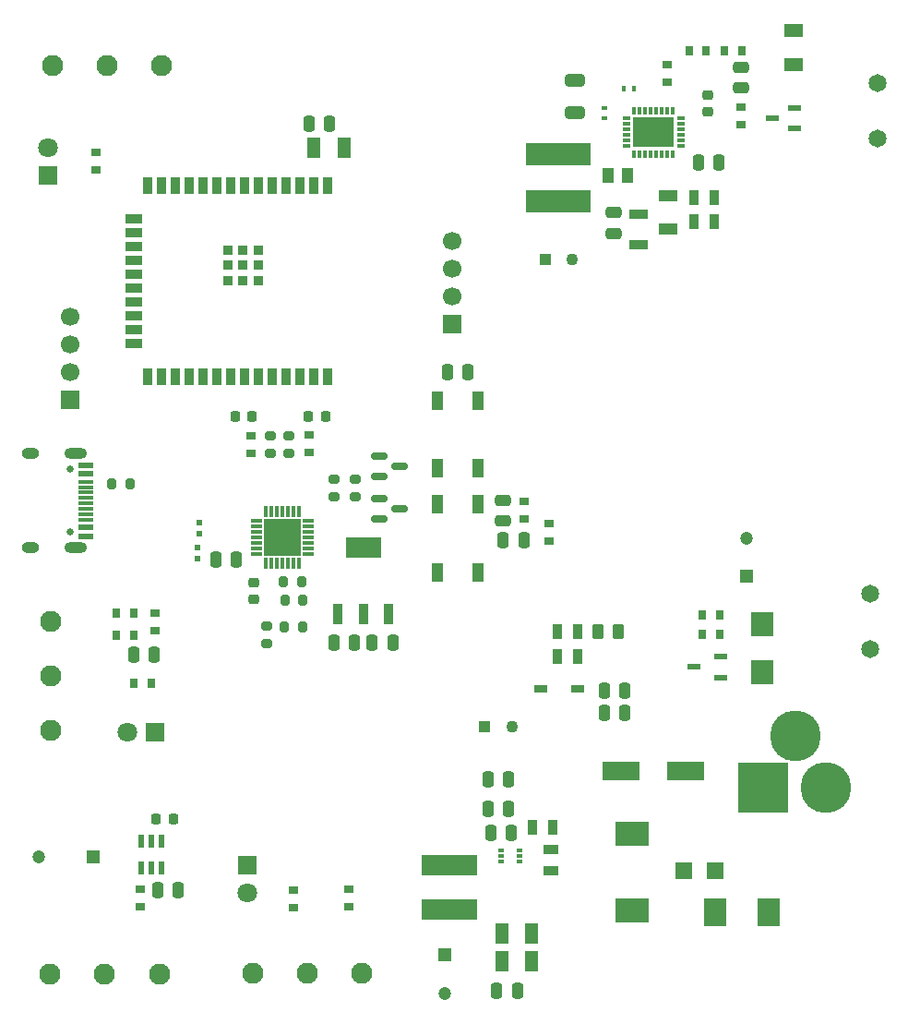
<source format=gts>
%TF.GenerationSoftware,KiCad,Pcbnew,9.0.7*%
%TF.CreationDate,2026-02-25T22:30:07-06:00*%
%TF.ProjectId,circle_of_life,63697263-6c65-45f6-9f66-5f6c6966652e,rev?*%
%TF.SameCoordinates,Original*%
%TF.FileFunction,Soldermask,Top*%
%TF.FilePolarity,Negative*%
%FSLAX46Y46*%
G04 Gerber Fmt 4.6, Leading zero omitted, Abs format (unit mm)*
G04 Created by KiCad (PCBNEW 9.0.7) date 2026-02-25 22:30:07*
%MOMM*%
%LPD*%
G01*
G04 APERTURE LIST*
G04 Aperture macros list*
%AMRoundRect*
0 Rectangle with rounded corners*
0 $1 Rounding radius*
0 $2 $3 $4 $5 $6 $7 $8 $9 X,Y pos of 4 corners*
0 Add a 4 corners polygon primitive as box body*
4,1,4,$2,$3,$4,$5,$6,$7,$8,$9,$2,$3,0*
0 Add four circle primitives for the rounded corners*
1,1,$1+$1,$2,$3*
1,1,$1+$1,$4,$5*
1,1,$1+$1,$6,$7*
1,1,$1+$1,$8,$9*
0 Add four rect primitives between the rounded corners*
20,1,$1+$1,$2,$3,$4,$5,0*
20,1,$1+$1,$4,$5,$6,$7,0*
20,1,$1+$1,$6,$7,$8,$9,0*
20,1,$1+$1,$8,$9,$2,$3,0*%
G04 Aperture macros list end*
%ADD10R,0.950000X0.800000*%
%ADD11R,0.800000X0.950000*%
%ADD12R,1.700000X1.700000*%
%ADD13C,1.700000*%
%ADD14R,6.000000X2.010000*%
%ADD15RoundRect,0.250000X0.475000X-0.250000X0.475000X0.250000X-0.475000X0.250000X-0.475000X-0.250000X0*%
%ADD16R,1.117600X1.447800*%
%ADD17C,0.650000*%
%ADD18R,1.450000X0.600000*%
%ADD19R,1.450000X0.300000*%
%ADD20O,2.100000X1.000000*%
%ADD21O,1.600000X1.000000*%
%ADD22C,1.950000*%
%ADD23R,1.100000X1.800000*%
%ADD24RoundRect,0.250000X-0.250000X-0.475000X0.250000X-0.475000X0.250000X0.475000X-0.250000X0.475000X0*%
%ADD25RoundRect,0.200000X-0.200000X-0.275000X0.200000X-0.275000X0.200000X0.275000X-0.200000X0.275000X0*%
%ADD26RoundRect,0.225000X0.225000X0.250000X-0.225000X0.250000X-0.225000X-0.250000X0.225000X-0.250000X0*%
%ADD27R,0.900000X1.950000*%
%ADD28R,3.200000X1.950000*%
%ADD29RoundRect,0.200000X0.275000X-0.200000X0.275000X0.200000X-0.275000X0.200000X-0.275000X-0.200000X0*%
%ADD30R,0.600000X0.450000*%
%ADD31RoundRect,0.250000X0.250000X0.475000X-0.250000X0.475000X-0.250000X-0.475000X0.250000X-0.475000X0*%
%ADD32R,1.300000X0.600000*%
%ADD33RoundRect,0.225000X-0.250000X0.225000X-0.250000X-0.225000X0.250000X-0.225000X0.250000X0.225000X0*%
%ADD34R,1.200000X1.200000*%
%ADD35C,1.200000*%
%ADD36R,0.950000X1.400000*%
%ADD37R,1.750000X1.000000*%
%ADD38RoundRect,0.150000X-0.587500X-0.150000X0.587500X-0.150000X0.587500X0.150000X-0.587500X0.150000X0*%
%ADD39R,1.400000X0.950000*%
%ADD40R,0.450000X0.600000*%
%ADD41R,4.650000X4.650000*%
%ADD42C,4.650000*%
%ADD43R,0.300000X0.800000*%
%ADD44R,0.800000X0.300000*%
%ADD45R,3.750000X2.750000*%
%ADD46R,0.900000X1.500000*%
%ADD47R,1.500000X0.900000*%
%ADD48R,0.900000X0.900000*%
%ADD49RoundRect,0.218750X0.218750X0.256250X-0.218750X0.256250X-0.218750X-0.256250X0.218750X-0.256250X0*%
%ADD50C,1.650000*%
%ADD51RoundRect,0.218750X-0.218750X-0.256250X0.218750X-0.256250X0.218750X0.256250X-0.218750X0.256250X0*%
%ADD52R,0.475000X0.300000*%
%ADD53R,3.450000X1.800000*%
%ADD54R,1.800000X1.800000*%
%ADD55C,1.800000*%
%ADD56R,1.200000X0.750000*%
%ADD57R,1.000000X0.300000*%
%ADD58R,0.300000X1.000000*%
%ADD59R,3.350000X3.350000*%
%ADD60RoundRect,0.200000X-0.275000X0.200000X-0.275000X-0.200000X0.275000X-0.200000X0.275000X0.200000X0*%
%ADD61RoundRect,0.250000X-0.262500X-0.450000X0.262500X-0.450000X0.262500X0.450000X-0.262500X0.450000X0*%
%ADD62R,2.150000X2.250000*%
%ADD63R,5.100000X1.850000*%
%ADD64RoundRect,0.102000X0.650000X0.700000X-0.650000X0.700000X-0.650000X-0.700000X0.650000X-0.700000X0*%
%ADD65RoundRect,0.250000X0.650000X-0.325000X0.650000X0.325000X-0.650000X0.325000X-0.650000X-0.325000X0*%
%ADD66R,2.070000X2.660000*%
%ADD67R,1.170000X1.920000*%
%ADD68R,1.700000X1.150000*%
%ADD69R,0.500000X0.600000*%
%ADD70R,3.150000X2.200000*%
%ADD71R,1.100000X1.100000*%
%ADD72C,1.100000*%
%ADD73R,0.600000X1.200000*%
%ADD74R,1.803400X0.914400*%
G04 APERTURE END LIST*
D10*
%TO.C,R18*%
X148600000Y-112500000D03*
X148600000Y-110900000D03*
%TD*%
D11*
%TO.C,R9*%
X98050000Y-161180000D03*
X99650000Y-161180000D03*
%TD*%
D12*
%TO.C,J7*%
X128900000Y-134700000D03*
D13*
X128900000Y-132160000D03*
X128900000Y-129620000D03*
X128900000Y-127080000D03*
%TD*%
D14*
%TO.C,L1*%
X138600000Y-123400000D03*
X138600000Y-119100000D03*
%TD*%
D15*
%TO.C,C18*%
X143700000Y-126350000D03*
X143700000Y-124450000D03*
%TD*%
D16*
%TO.C,C19*%
X143198300Y-121000000D03*
X145001700Y-121000000D03*
%TD*%
D10*
%TO.C,R11*%
X101620000Y-161130000D03*
X101620000Y-162730000D03*
%TD*%
D17*
%TO.C,P1*%
X93830000Y-147970000D03*
X93830000Y-153750000D03*
D18*
X95275000Y-147610000D03*
X95275000Y-148410000D03*
D19*
X95275000Y-149610000D03*
X95275000Y-150610000D03*
X95275000Y-151110000D03*
X95275000Y-152110000D03*
D18*
X95275000Y-153310000D03*
X95275000Y-154110000D03*
X95275000Y-154110000D03*
X95275000Y-153310000D03*
D19*
X95275000Y-152610000D03*
X95275000Y-151610000D03*
X95275000Y-150110000D03*
X95275000Y-149110000D03*
D18*
X95275000Y-148410000D03*
X95275000Y-147610000D03*
D20*
X94360000Y-146540000D03*
D21*
X90180000Y-146540000D03*
D20*
X94360000Y-155180000D03*
D21*
X90180000Y-155180000D03*
%TD*%
D22*
%TO.C,J4*%
X92080000Y-171900000D03*
X92080000Y-166900000D03*
X92080000Y-161900000D03*
%TD*%
D23*
%TO.C,SW2*%
X131252935Y-141700000D03*
X131252935Y-147900000D03*
X127552935Y-141700000D03*
X127552935Y-147900000D03*
%TD*%
D10*
%TO.C,R24*%
X135500000Y-150950000D03*
X135500000Y-152550000D03*
%TD*%
D12*
%TO.C,J8*%
X93800000Y-141620000D03*
D13*
X93800000Y-139080000D03*
X93800000Y-136540000D03*
X93800000Y-134000000D03*
%TD*%
D11*
%TO.C,R13*%
X153450000Y-161350000D03*
X151850000Y-161350000D03*
%TD*%
D23*
%TO.C,SW1*%
X131252935Y-151200000D03*
X131252935Y-157400000D03*
X127552935Y-151200000D03*
X127552935Y-157400000D03*
%TD*%
D10*
%TO.C,R25*%
X137800000Y-152950000D03*
X137800000Y-154550000D03*
%TD*%
D24*
%TO.C,C5*%
X132400000Y-181300000D03*
X134300000Y-181300000D03*
%TD*%
D25*
%TO.C,R33*%
X97675000Y-149300000D03*
X99325000Y-149300000D03*
%TD*%
D26*
%TO.C,C42*%
X103275000Y-180050000D03*
X101725000Y-180050000D03*
%TD*%
D27*
%TO.C,IC2*%
X118422935Y-161250000D03*
X120722935Y-161250000D03*
X123022935Y-161250000D03*
D28*
X120722935Y-155150000D03*
%TD*%
D29*
%TO.C,R37*%
X118052935Y-150527500D03*
X118052935Y-148877500D03*
%TD*%
D22*
%TO.C,J6*%
X92230000Y-110950000D03*
X97230000Y-110950000D03*
X102230000Y-110950000D03*
%TD*%
D30*
%TO.C,C20*%
X142850000Y-115785000D03*
X142850000Y-114835000D03*
%TD*%
D31*
%TO.C,C44*%
X109102935Y-156250000D03*
X107202935Y-156250000D03*
%TD*%
%TO.C,C41*%
X130352935Y-139050000D03*
X128452935Y-139050000D03*
%TD*%
D10*
%TO.C,R10*%
X119400000Y-188100000D03*
X119400000Y-186500000D03*
%TD*%
D32*
%TO.C,Q2*%
X160331944Y-116750000D03*
X160331944Y-114850000D03*
X158231944Y-115800000D03*
%TD*%
D33*
%TO.C,C24*%
X152300000Y-113635000D03*
X152300000Y-115185000D03*
%TD*%
D34*
%TO.C,C36*%
X128200000Y-192500000D03*
D35*
X128200000Y-196000000D03*
%TD*%
D31*
%TO.C,C15*%
X101550000Y-164930000D03*
X99650000Y-164930000D03*
%TD*%
D24*
%TO.C,C3*%
X132150000Y-179100000D03*
X134050000Y-179100000D03*
%TD*%
D25*
%TO.C,R30*%
X113497935Y-162450000D03*
X115147935Y-162450000D03*
%TD*%
D36*
%TO.C,R19*%
X151050000Y-123100000D03*
X152950000Y-123100000D03*
%TD*%
D31*
%TO.C,C23*%
X153350000Y-119800000D03*
X151450000Y-119800000D03*
%TD*%
D36*
%TO.C,R20*%
X152950000Y-125300000D03*
X151050000Y-125300000D03*
%TD*%
D24*
%TO.C,C1*%
X118022935Y-163900000D03*
X119922935Y-163900000D03*
%TD*%
D37*
%TO.C,R22*%
X148700000Y-125900000D03*
X148700000Y-122900000D03*
%TD*%
D31*
%TO.C,C2*%
X123422935Y-163900000D03*
X121522935Y-163900000D03*
%TD*%
D34*
%TO.C,C12*%
X155850000Y-157780000D03*
D35*
X155850000Y-154280000D03*
%TD*%
D38*
%TO.C,Q4*%
X122215435Y-146752500D03*
X122215435Y-148652500D03*
X124090435Y-147702500D03*
%TD*%
D36*
%TO.C,R4*%
X138500000Y-165100000D03*
X140400000Y-165100000D03*
%TD*%
%TO.C,R6*%
X138150000Y-180800000D03*
X136250000Y-180800000D03*
%TD*%
%TO.C,R7*%
X138500000Y-162850000D03*
X140400000Y-162850000D03*
%TD*%
D33*
%TO.C,C45*%
X110652935Y-158375000D03*
X110652935Y-159925000D03*
%TD*%
D39*
%TO.C,R5*%
X137934540Y-184750000D03*
X137934540Y-182850000D03*
%TD*%
D40*
%TO.C,C21*%
X145575000Y-113060000D03*
X144625000Y-113060000D03*
%TD*%
D41*
%TO.C,J3*%
X157400000Y-177200000D03*
D42*
X163200000Y-177200000D03*
X160400000Y-172400000D03*
%TD*%
D15*
%TO.C,C38*%
X133500000Y-152700000D03*
X133500000Y-150800000D03*
%TD*%
D43*
%TO.C,IC4*%
X145600000Y-119060000D03*
X146100000Y-119060000D03*
X146600000Y-119060000D03*
X147100000Y-119060000D03*
X147600000Y-119060000D03*
X148100000Y-119060000D03*
X148600000Y-119060000D03*
X149100000Y-119060000D03*
D44*
X149850000Y-118310000D03*
X149850000Y-117810000D03*
X149850000Y-117310000D03*
X149850000Y-116810000D03*
X149850000Y-116310000D03*
X149850000Y-115810000D03*
D43*
X149100000Y-115060000D03*
X148600000Y-115060000D03*
X148100000Y-115060000D03*
X147600000Y-115060000D03*
X147100000Y-115060000D03*
X146600000Y-115060000D03*
X146100000Y-115060000D03*
X145600000Y-115060000D03*
D44*
X144850000Y-115810000D03*
X144850000Y-116310000D03*
X144850000Y-116810000D03*
X144850000Y-117310000D03*
X144850000Y-117810000D03*
X144850000Y-118310000D03*
D45*
X147350000Y-117060000D03*
%TD*%
D22*
%TO.C,J2*%
X92000000Y-194300000D03*
X97000000Y-194300000D03*
X102000000Y-194300000D03*
%TD*%
D11*
%TO.C,R8*%
X99650000Y-163180000D03*
X98050000Y-163180000D03*
%TD*%
D46*
%TO.C,IC1*%
X117420000Y-122000000D03*
X116150000Y-122000000D03*
X114880000Y-122000000D03*
X113610000Y-122000000D03*
X112340000Y-122000000D03*
X111070000Y-122000000D03*
X109800000Y-122000000D03*
X108530000Y-122000000D03*
X107260000Y-122000000D03*
X105990000Y-122000000D03*
X104720000Y-122000000D03*
X103450000Y-122000000D03*
X102180000Y-122000000D03*
X100910000Y-122000000D03*
D47*
X99660000Y-125035000D03*
X99660000Y-126305000D03*
X99660000Y-127575000D03*
X99660000Y-128845000D03*
X99660000Y-130115000D03*
X99660000Y-131385000D03*
X99660000Y-132655000D03*
X99660000Y-133925000D03*
X99660000Y-135195000D03*
X99660000Y-136465000D03*
D46*
X100910000Y-139500000D03*
X102180000Y-139500000D03*
X103450000Y-139500000D03*
X104720000Y-139500000D03*
X105990000Y-139500000D03*
X107260000Y-139500000D03*
X108530000Y-139500000D03*
X109800000Y-139500000D03*
X111070000Y-139500000D03*
X112340000Y-139500000D03*
X113610000Y-139500000D03*
X114880000Y-139500000D03*
X116150000Y-139500000D03*
X117420000Y-139500000D03*
D48*
X109700000Y-129250000D03*
X109700000Y-127850000D03*
X108300000Y-127850000D03*
X108300000Y-129250000D03*
X108300000Y-130650000D03*
X109700000Y-130650000D03*
X111100000Y-130650000D03*
X111100000Y-129250000D03*
X111100000Y-127850000D03*
%TD*%
D49*
%TO.C,D10*%
X117240435Y-143100000D03*
X115665435Y-143100000D03*
%TD*%
D24*
%TO.C,C28*%
X115750000Y-116300000D03*
X117650000Y-116300000D03*
%TD*%
D50*
%TO.C,J11*%
X167931944Y-117649586D03*
X167931944Y-112569586D03*
%TD*%
D11*
%TO.C,R15*%
X153850000Y-109560000D03*
X155450000Y-109560000D03*
%TD*%
D51*
%TO.C,D9*%
X108965435Y-143100000D03*
X110540435Y-143100000D03*
%TD*%
D24*
%TO.C,C39*%
X133550000Y-154500000D03*
X135450000Y-154500000D03*
%TD*%
D52*
%TO.C,IC3*%
X133362000Y-182900000D03*
X133362000Y-183400000D03*
X133362000Y-183900000D03*
X135038000Y-183900000D03*
X135038000Y-183400000D03*
X135038000Y-182900000D03*
%TD*%
D32*
%TO.C,Q1*%
X153500000Y-167050000D03*
X153500000Y-165150000D03*
X151100000Y-166100000D03*
%TD*%
D53*
%TO.C,C9*%
X144400000Y-175600000D03*
X150300000Y-175600000D03*
%TD*%
D54*
%TO.C,D5*%
X91790000Y-120990000D03*
D55*
X91790000Y-118450000D03*
%TD*%
D56*
%TO.C,D3*%
X140400000Y-168100000D03*
X137000000Y-168100000D03*
%TD*%
D57*
%TO.C,IC6*%
X110950000Y-152700000D03*
X110950000Y-153200000D03*
X110950000Y-153700000D03*
X110950000Y-154200000D03*
X110950000Y-154700000D03*
X110950000Y-155200000D03*
X110950000Y-155700000D03*
D58*
X111800000Y-156550000D03*
X112300000Y-156550000D03*
X112800000Y-156550000D03*
X113300000Y-156550000D03*
X113800000Y-156550000D03*
X114300000Y-156550000D03*
X114800000Y-156550000D03*
D57*
X115650000Y-155700000D03*
X115650000Y-155200000D03*
X115650000Y-154700000D03*
X115650000Y-154200000D03*
X115650000Y-153700000D03*
X115650000Y-153200000D03*
X115650000Y-152700000D03*
D58*
X114800000Y-151850000D03*
X114300000Y-151850000D03*
X113800000Y-151850000D03*
X113300000Y-151850000D03*
X112800000Y-151850000D03*
X112300000Y-151850000D03*
X111800000Y-151850000D03*
D59*
X113300000Y-154200000D03*
%TD*%
D60*
%TO.C,R39*%
X113902935Y-144875000D03*
X113902935Y-146525000D03*
%TD*%
D10*
%TO.C,R23*%
X155350000Y-114770000D03*
X155350000Y-116370000D03*
%TD*%
D61*
%TO.C,R3*%
X142287500Y-162850000D03*
X144112500Y-162850000D03*
%TD*%
D62*
%TO.C,D4*%
X157350000Y-162150000D03*
X157350000Y-166550000D03*
%TD*%
D63*
%TO.C,L2*%
X128600000Y-188300000D03*
X128600000Y-184300000D03*
%TD*%
D10*
%TO.C,R34*%
X110452935Y-146500000D03*
X110452935Y-144900000D03*
%TD*%
D64*
%TO.C,D2*%
X153050000Y-184800000D03*
X150150000Y-184800000D03*
%TD*%
D11*
%TO.C,R12*%
X151800000Y-163100000D03*
X153400000Y-163100000D03*
%TD*%
D65*
%TO.C,C43*%
X140100000Y-115275000D03*
X140100000Y-112325000D03*
%TD*%
D24*
%TO.C,C4*%
X132150000Y-176400000D03*
X134050000Y-176400000D03*
%TD*%
D10*
%TO.C,R1*%
X100250000Y-186500000D03*
X100250000Y-188100000D03*
%TD*%
D66*
%TO.C,F2*%
X157950000Y-188600000D03*
X153050000Y-188600000D03*
%TD*%
D67*
%TO.C,C6*%
X133430000Y-193040000D03*
X136170000Y-193040000D03*
%TD*%
D22*
%TO.C,J5*%
X110600000Y-194200000D03*
X115600000Y-194200000D03*
X120600000Y-194200000D03*
%TD*%
D10*
%TO.C,R35*%
X115752935Y-146400000D03*
X115752935Y-144800000D03*
%TD*%
D29*
%TO.C,R29*%
X111822935Y-163975000D03*
X111822935Y-162325000D03*
%TD*%
D68*
%TO.C,R14*%
X160200000Y-107750000D03*
X160200000Y-110900000D03*
%TD*%
D54*
%TO.C,D6*%
X110090000Y-184300000D03*
D55*
X110090000Y-186840000D03*
%TD*%
D25*
%TO.C,R32*%
X113425000Y-158300000D03*
X115075000Y-158300000D03*
%TD*%
D69*
%TO.C,D8*%
X105652935Y-153850000D03*
X105652935Y-152850000D03*
%TD*%
D54*
%TO.C,D7*%
X101640000Y-172060000D03*
D55*
X99100000Y-172060000D03*
%TD*%
D70*
%TO.C,D1*%
X145400000Y-181400000D03*
X145400000Y-188400000D03*
%TD*%
D11*
%TO.C,R21*%
X150600000Y-109560000D03*
X152200000Y-109560000D03*
%TD*%
D60*
%TO.C,R36*%
X119952935Y-148877500D03*
X119952935Y-150527500D03*
%TD*%
D15*
%TO.C,C26*%
X155350000Y-113010000D03*
X155350000Y-111110000D03*
%TD*%
D24*
%TO.C,C40*%
X101875000Y-186550000D03*
X103775000Y-186550000D03*
%TD*%
%TO.C,C8*%
X132980000Y-195800000D03*
X134880000Y-195800000D03*
%TD*%
D50*
%TO.C,J1*%
X167200000Y-159360000D03*
X167200000Y-164440000D03*
%TD*%
D34*
%TO.C,C13*%
X95975000Y-183550000D03*
D35*
X90975000Y-183550000D03*
%TD*%
D69*
%TO.C,D11*%
X105552935Y-155150000D03*
X105552935Y-156150000D03*
%TD*%
D10*
%TO.C,R26*%
X96230000Y-120547158D03*
X96230000Y-118947158D03*
%TD*%
D11*
%TO.C,R28*%
X99650000Y-167560000D03*
X101250000Y-167560000D03*
%TD*%
D38*
%TO.C,Q3*%
X122177935Y-150652500D03*
X122177935Y-152552500D03*
X124052935Y-151602500D03*
%TD*%
D24*
%TO.C,C11*%
X142850000Y-168300000D03*
X144750000Y-168300000D03*
%TD*%
D67*
%TO.C,C7*%
X133430000Y-190500000D03*
X136170000Y-190500000D03*
%TD*%
D71*
%TO.C,C37*%
X137400000Y-128700000D03*
D72*
X139900000Y-128700000D03*
%TD*%
D10*
%TO.C,R27*%
X114340000Y-186600000D03*
X114340000Y-188200000D03*
%TD*%
D67*
%TO.C,C27*%
X116200000Y-118500000D03*
X118940000Y-118500000D03*
%TD*%
D60*
%TO.C,R38*%
X112224284Y-144875000D03*
X112224284Y-146525000D03*
%TD*%
D73*
%TO.C,IC5*%
X102250000Y-182050000D03*
X101300000Y-182050000D03*
X100350000Y-182050000D03*
X100350000Y-184550000D03*
X101300000Y-184550000D03*
X102250000Y-184550000D03*
%TD*%
D24*
%TO.C,C10*%
X142850000Y-170300000D03*
X144750000Y-170300000D03*
%TD*%
D71*
%TO.C,C29*%
X131850000Y-171600000D03*
D72*
X134350000Y-171600000D03*
%TD*%
D25*
%TO.C,R31*%
X113525000Y-160000000D03*
X115175000Y-160000000D03*
%TD*%
D74*
%TO.C,C17*%
X146000000Y-127397000D03*
X146000000Y-124603000D03*
%TD*%
M02*

</source>
